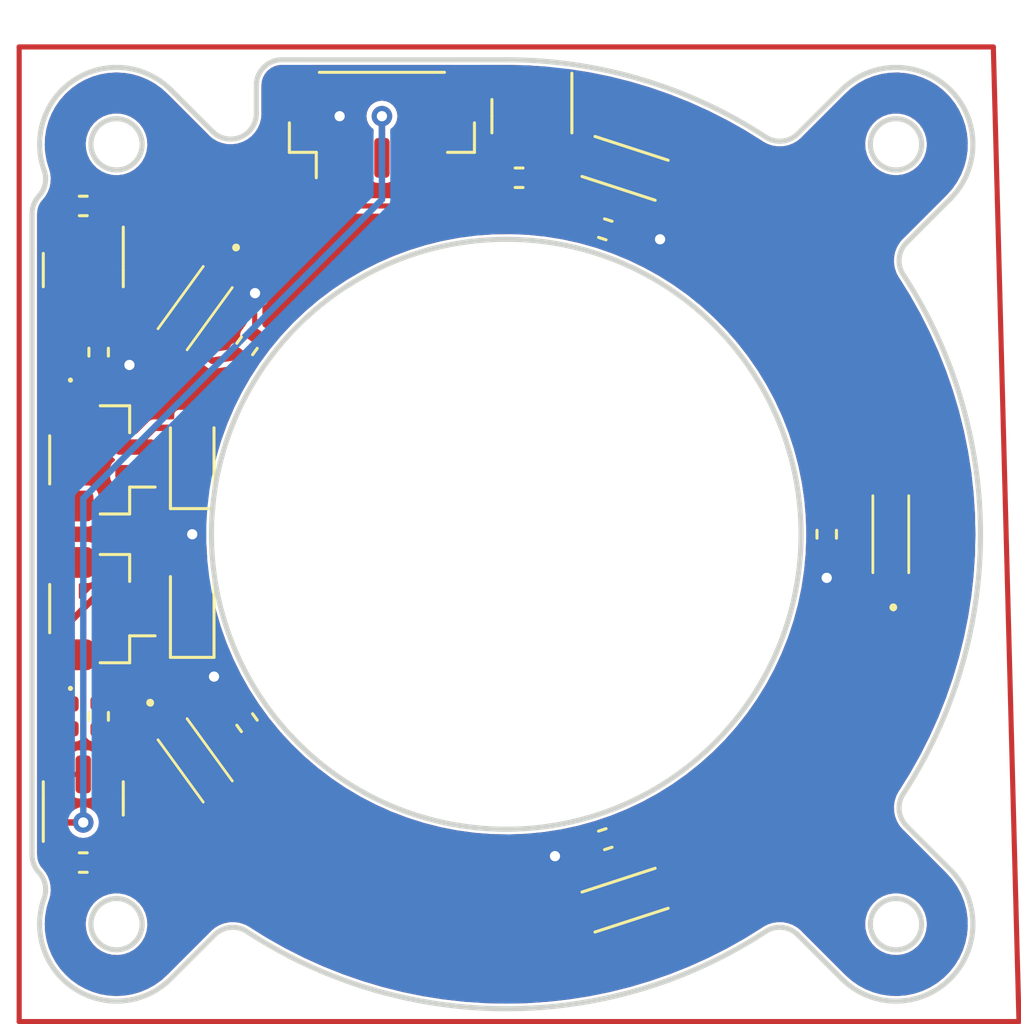
<source format=kicad_pcb>
(kicad_pcb (version 20211014) (generator pcbnew)
  (layers (0 "F.Cu" signal) (31 "B.Cu" signal) (34 "B.Paste" user) (35 "F.Paste" user) (36 "B.SilkS" user "B.Silkscreen") (37 "F.SilkS" user "F.Silkscreen") (38 "B.Mask" user) (39 "F.Mask" user) (44 "Edge.Cuts" user))
  (net 0 "")
  (net 1 "Net-(D1-Pad1)")
  (net 2 "Net-(D1-Pad2)")
  (net 3 "Net-(D2-Pad2)")
  (net 4 "+5V")
  (net 5 "Net-(D3-Pad2)")
  (net 6 "Net-(D4-Pad2)")
  (net 7 "Net-(D5-Pad2)")
  (net 8 "Net-(D6-Pad2)")
  (net 9 "Net-(D7-Pad2)")
  (net 10 "/PUMP2_ON")
  (net 11 "/PUMP1_ON")
  (net 12 "/LED_ON")
  (net 13 "GND")
  (net 14 "Net-(D8-Pad2)")
  (net 15 "Net-(D9-Pad2)")
  (footprint "Mouser Parts:158301250" (layer "F.Cu") (at 15 0 -90)
    (fp_text reference "D1" hide)
    (fp_text value "158301250 " hide)
    (fp_line (start 1.5 -0.7) (end 1.5 -0.7) (layer "F.SilkS") (width 0.1))
    (fp_line (start 1.5 0.7) (end 1.5 0.7) (layer "F.SilkS") (width 0.1))
    (fp_line (start -1.5 0.7) (end -1.5 0.7) (layer "F.SilkS") (width 0.1))
    (fp_line (start 2.8 -0.1) (end 2.8 -0.1) (layer "F.SilkS") (width 0.2))
    (fp_line (start -1.5 0.7) (end 1.5 0.7) (layer "F.SilkS") (width 0.1))
    (fp_line (start -1.5 -0.7) (end 1.5 -0.7) (layer "F.SilkS") (width 0.1))
    (fp_line (start 1.5 0.7) (end -1.5 0.7) (layer "F.SilkS") (width 0.1))
    (fp_line (start -1.5 -0.7) (end -1.5 -0.7) (layer "F.SilkS") (width 0.1))
    (fp_line (start 2.9 -0.1) (end 2.9 -0.1) (layer "F.SilkS") (width 0.2))
    (fp_line (start 2.8 -0.1) (end 2.8 -0.1) (layer "F.SilkS") (width 0.2))
    (fp_line (start 1.5 -0.7) (end -1.5 -0.7) (layer "F.SilkS") (width 0.1))
    (fp_arc (start 2.9 -0.1) (mid 2.85 -0.05) (end 2.8 -0.1) (layer "F.SilkS") (width 0.2))
    (fp_arc (start 2.9 -0.1) (mid 2.85 -0.05) (end 2.8 -0.1) (layer "F.SilkS") (width 0.2))
    (fp_arc (start 2.8 -0.1) (mid 2.85 -0.15) (end 2.9 -0.1) (layer "F.SilkS") (width 0.2))
    (pad "1" smd rect locked (at 0.88 0) (size 0.8 2) (layers "F.Cu" "F.Paste" "F.Mask") (net 1 "Net-(D1-Pad1)"))
    (pad "2" smd rect locked (at -1.27 0) (size 0.8 1.2) (layers "F.Cu" "F.Paste" "F.Mask") (net 2 "Net-(D1-Pad2)"))
  )
  (footprint "Mouser Parts:LTST-M140TBKT" (layer "F.Cu") (at 4.635255 14.265848 18)
    (fp_text reference "D6" hide)
    (fp_text value "LTST-M140TBKT")
    (fp_line (start -1.5 0.82) (end 1.5 0.82) (layer "F.SilkS") (width 0.12))
    (fp_line (start -1.5 -0.82) (end 1.5 -0.82) (layer "F.SilkS") (width 0.12))
    (pad "1" smd rect (at -1.175 0 18) (size 1.35 1.25) (layers "F.Cu" "F.Paste" "F.Mask") (net 1 "Net-(D1-Pad1)"))
    (pad "2" smd rect (at 1.175 0 18) (size 1.35 1.25) (layers "F.Cu" "F.Paste" "F.Mask") (net 8 "Net-(D6-Pad2)"))
  )
  (footprint "Mouser Parts:158301250" (layer "F.Cu") (at -12.135255 -8.816779 54)
    (fp_text reference "D4" hide)
    (fp_text value "158301250 " hide)
    (fp_line (start 1.5 -0.7) (end 1.5 -0.7) (layer "F.SilkS") (width 0.1))
    (fp_line (start 2.9 -0.1) (end 2.9 -0.1) (layer "F.SilkS") (width 0.2))
    (fp_line (start -1.5 -0.7) (end 1.5 -0.7) (layer "F.SilkS") (width 0.1))
    (fp_line (start 1.5 0.7) (end 1.5 0.7) (layer "F.SilkS") (width 0.1))
    (fp_line (start -1.5 0.7) (end 1.5 0.7) (layer "F.SilkS") (width 0.1))
    (fp_line (start 2.8 -0.1) (end 2.8 -0.1) (layer "F.SilkS") (width 0.2))
    (fp_line (start 1.5 0.7) (end -1.5 0.7) (layer "F.SilkS") (width 0.1))
    (fp_line (start 2.8 -0.1) (end 2.8 -0.1) (layer "F.SilkS") (width 0.2))
    (fp_line (start 1.5 -0.7) (end -1.5 -0.7) (layer "F.SilkS") (width 0.1))
    (fp_line (start -1.5 0.7) (end -1.5 0.7) (layer "F.SilkS") (width 0.1))
    (fp_line (start -1.5 -0.7) (end -1.5 -0.7) (layer "F.SilkS") (width 0.1))
    (fp_arc (start 2.9 -0.1) (mid 2.85 -0.05) (end 2.8 -0.1) (layer "F.SilkS") (width 0.2))
    (fp_arc (start 2.8 -0.1) (mid 2.85 -0.15) (end 2.9 -0.1) (layer "F.SilkS") (width 0.2))
    (fp_arc (start 2.9 -0.1) (mid 2.85 -0.05) (end 2.8 -0.1) (layer "F.SilkS") (width 0.2))
    (pad "1" smd rect locked (at 0.88 0 144) (size 0.8 2) (layers "F.Cu" "F.Paste" "F.Mask") (net 1 "Net-(D1-Pad1)"))
    (pad "2" smd rect locked (at -1.27 0 144) (size 0.8 1.2) (layers "F.Cu" "F.Paste" "F.Mask") (net 6 "Net-(D4-Pad2)"))
  )
  (footprint "Diode_SMD:D_SOD-323_HandSoldering" (layer "F.Cu") (at -12.25 2.9 90)
    (fp_text reference "D3" hide)
    (fp_text value "D_Small")
    (fp_line (start -1.9 -0.85) (end 1.25 -0.85) (layer "F.SilkS") (width 0.12))
    (fp_line (start -1.9 -0.85) (end -1.9 0.85) (layer "F.SilkS") (width 0.12))
    (fp_line (start -1.9 0.85) (end 1.25 0.85) (layer "F.SilkS") (width 0.12))
    (pad "1" smd rect (at -1.25 0 90) (size 1 1) (layers "F.Cu" "F.Paste" "F.Mask") (net 4 "+5V"))
    (pad "2" smd rect (at 1.25 0 90) (size 1 1) (layers "F.Cu" "F.Paste" "F.Mask") (net 5 "Net-(D3-Pad2)"))
  )
  (footprint "Connector_JST:JST_SH_BM02B-SRSS-TB_1x02-1MP_P1.00mm_Vertical" (layer "F.Cu") (at -15.800001 2.9 90)
    (fp_text reference "J2" hide)
    (fp_text value "Pump 1")
    (fp_line (start 2.11 -0.04) (end 2.11 1.11) (layer "F.SilkS") (width 0.12))
    (fp_line (start -2.11 -0.04) (end -2.11 1.11) (layer "F.SilkS") (width 0.12))
    (fp_line (start -0.94 -2.01) (end 0.94 -2.01) (layer "F.SilkS") (width 0.12))
    (fp_line (start 2.11 1.11) (end 1.06 1.11) (layer "F.SilkS") (width 0.12))
    (fp_line (start -2.11 1.11) (end -1.06 1.11) (layer "F.SilkS") (width 0.12))
    (fp_line (start -1.06 1.11) (end -1.06 2.1) (layer "F.SilkS") (width 0.12))
    (pad "1" smd roundrect (at -0.5 1.325 90) (size 0.6 1.55) (layers "F.Cu" "F.Paste" "F.Mask") (net 4 "+5V"))
    (pad "2" smd roundrect (at 0.5 1.325 90) (size 0.6 1.55) (layers "F.Cu" "F.Paste" "F.Mask") (net 5 "Net-(D3-Pad2)"))
    (pad "MP" smd roundrect (at 1.8 -1.2 90) (size 1.2 1.8) (layers "F.Cu" "F.Paste" "F.Mask") (roundrect_rratio 0.208333) (net 5 "Net-(D3-Pad2)"))
    (pad "MP" smd roundrect (at -1.8 -1.2 90) (size 1.2 1.8) (layers "F.Cu" "F.Paste" "F.Mask") (roundrect_rratio 0.208333) (net 5 "Net-(D3-Pad2)"))
  )
  (footprint "Package_TO_SOT_SMD:SOT-23" (layer "F.Cu") (at 1.000001 -16.3 -90)
    (fp_text reference "Q2" hide)
    (fp_text value "NX7002BKR")
    (fp_line (start 0 -1.56) (end 0.65 -1.56) (layer "F.SilkS") (width 0.12))
    (fp_line (start 0 -1.56) (end -1.675 -1.56) (layer "F.SilkS") (width 0.12))
    (fp_line (start 0 1.56) (end -0.65 1.56) (layer "F.SilkS") (width 0.12))
    (fp_line (start 0 1.56) (end 0.65 1.56) (layer "F.SilkS") (width 0.12))
    (pad "1" smd roundrect (at -0.9375 -0.95 270) (size 1.475 0.6) (layers "F.Cu" "F.Paste" "F.Mask") (net 12 "/LED_ON"))
    (pad "2" smd roundrect (at -0.9375 0.95 270) (size 1.475 0.6) (layers "F.Cu" "F.Paste" "F.Mask") (net 13 "GND"))
    (pad "3" smd roundrect (at 0.9375 0 270) (size 1.475 0.6) (layers "F.Cu" "F.Paste" "F.Mask") (net 1 "Net-(D1-Pad1)"))
  )
  (footprint "Mouser Parts:LTST-M140TBKT" (layer "F.Cu") (at 4.635255 -14.265848 162)
    (fp_text reference "D5" hide)
    (fp_text value "LTST-M140TBKT")
    (fp_line (start -1.5 0.82) (end 1.5 0.82) (layer "F.SilkS") (width 0.12))
    (fp_line (start -1.5 -0.82) (end 1.5 -0.82) (layer "F.SilkS") (width 0.12))
    (pad "1" smd rect (at -1.175 0 162) (size 1.35 1.25) (layers "F.Cu" "F.Paste" "F.Mask") (net 1 "Net-(D1-Pad1)"))
    (pad "2" smd rect (at 1.175 0 162) (size 1.35 1.25) (layers "F.Cu" "F.Paste" "F.Mask") (net 7 "Net-(D5-Pad2)"))
  )
  (footprint "Resistor_SMD:R_0402_1005Metric" (layer "F.Cu") (at 12.499999 -0.000001 90)
    (fp_text reference "R1" hide)
    (fp_text value "180")
    (fp_line (start -0.153641 -0.38) (end 0.153641 -0.38) (layer "F.SilkS") (width 0.12))
    (fp_line (start -0.153641 0.38) (end 0.153641 0.38) (layer "F.SilkS") (width 0.12))
    (pad "1" smd roundrect (at -0.51 0 90) (size 0.54 0.64) (layers "F.Cu" "F.Paste" "F.Mask") (net 4 "+5V"))
    (pad "2" smd roundrect (at 0.51 0 90) (size 0.54 0.64) (layers "F.Cu" "F.Paste" "F.Mask") (net 2 "Net-(D1-Pad2)"))
  )
  (footprint "LED_SMD:LED_0402_1005Metric" (layer "F.Cu") (at -17 -7.099999 90)
    (fp_text reference "D9" hide)
    (fp_text value "Debug")
    (fp_circle (center -1.09 0) (end -1.04 0) (layer "F.SilkS") (width 0.1) (fill none))
    (pad "1" smd roundrect (at -0.485 0 90) (size 0.59 0.64) (layers "F.Cu" "F.Paste" "F.Mask") (net 9 "Net-(D7-Pad2)"))
    (pad "2" smd roundrect (at 0.485 0 90) (size 0.59 0.64) (layers "F.Cu" "F.Paste" "F.Mask") (net 15 "Net-(D9-Pad2)"))
  )
  (footprint "Package_TO_SOT_SMD:SOT-23" (layer "F.Cu") (at -16.5 -10.300001 -90)
    (fp_text reference "Q3" hide)
    (fp_text value "NX7002BKR")
    (fp_line (start 0 -1.56) (end 0.65 -1.56) (layer "F.SilkS") (width 0.12))
    (fp_line (start 0 1.56) (end 0.65 1.56) (layer "F.SilkS") (width 0.12))
    (fp_line (start 0 1.56) (end -0.65 1.56) (layer "F.SilkS") (width 0.12))
    (fp_line (start 0 -1.56) (end -1.675 -1.56) (layer "F.SilkS") (width 0.12))
    (pad "1" smd roundrect (at -0.9375 -0.95 270) (size 1.475 0.6) (layers "F.Cu" "F.Paste" "F.Mask") (net 10 "/PUMP2_ON"))
    (pad "2" smd roundrect (at -0.9375 0.95 270) (size 1.475 0.6) (layers "F.Cu" "F.Paste" "F.Mask") (net 13 "GND"))
    (pad "3" smd roundrect (at 0.9375 0 270) (size 1.475 0.6) (layers "F.Cu" "F.Paste" "F.Mask") (net 9 "Net-(D7-Pad2)"))
  )
  (footprint "Resistor_SMD:R_0402_1005Metric" (layer "F.Cu") (at 0.5 -13.9)
    (fp_text reference "R6" hide)
    (fp_text value "10K")
    (fp_line (start -0.153641 -0.38) (end 0.153641 -0.38) (layer "F.SilkS") (width 0.12))
    (fp_line (start -0.153641 0.38) (end 0.153641 0.38) (layer "F.SilkS") (width 0.12))
    (pad "1" smd roundrect (at -0.51 0) (size 0.54 0.64) (layers "F.Cu" "F.Paste" "F.Mask") (net 12 "/LED_ON"))
    (pad "2" smd roundrect (at 0.51 0) (size 0.54 0.64) (layers "F.Cu" "F.Paste" "F.Mask") (net 13 "GND"))
  )
  (footprint "Diode_SMD:D_SOD-323_HandSoldering" (layer "F.Cu") (at -12.25 -2.9 90)
    (fp_text reference "D7" hide)
    (fp_text value "D_Small")
    (fp_line (start -1.9 -0.85) (end -1.9 0.85) (layer "F.SilkS") (width 0.12))
    (fp_line (start -1.9 -0.85) (end 1.25 -0.85) (layer "F.SilkS") (width 0.12))
    (fp_line (start -1.9 0.85) (end 1.25 0.85) (layer "F.SilkS") (width 0.12))
    (pad "1" smd rect (at -1.25 0 90) (size 1 1) (layers "F.Cu" "F.Paste" "F.Mask") (net 4 "+5V"))
    (pad "2" smd rect (at 1.25 0 90) (size 1 1) (layers "F.Cu" "F.Paste" "F.Mask") (net 9 "Net-(D7-Pad2)"))
  )
  (footprint "Resistor_SMD:R_0402_1005Metric" (layer "F.Cu") (at -16.5 12.8)
    (fp_text reference "R2" hide)
    (fp_text value "10K")
    (fp_line (start -0.153641 0.38) (end 0.153641 0.38) (layer "F.SilkS") (width 0.12))
    (fp_line (start -0.153641 -0.38) (end 0.153641 -0.38) (layer "F.SilkS") (width 0.12))
    (pad "1" smd roundrect (at -0.51 0) (size 0.54 0.64) (layers "F.Cu" "F.Paste" "F.Mask") (net 11 "/PUMP1_ON"))
    (pad "2" smd roundrect (at 0.51 0) (size 0.54 0.64) (layers "F.Cu" "F.Paste" "F.Mask") (net 13 "GND"))
  )
  (footprint "Resistor_SMD:R_0402_1005Metric" (layer "F.Cu") (at -15.9 7.1 -90)
    (fp_text reference "R9" hide)
    (fp_text value "2k")
    (fp_line (start -0.153641 0.38) (end 0.153641 0.38) (layer "F.SilkS") (width 0.12))
    (fp_line (start -0.153641 -0.38) (end 0.153641 -0.38) (layer "F.SilkS") (width 0.12))
    (pad "1" smd roundrect (at -0.51 0 270) (size 0.54 0.64) (layers "F.Cu" "F.Paste" "F.Mask") (net 4 "+5V"))
    (pad "2" smd roundrect (at 0.51 0 270) (size 0.54 0.64) (layers "F.Cu" "F.Paste" "F.Mask") (net 14 "Net-(D8-Pad2)"))
  )
  (footprint "Resistor_SMD:R_0402_1005Metric" (layer "F.Cu") (at 3.862711 11.888206 18)
    (fp_text reference "R8" hide)
    (fp_text value "240")
    (fp_line (start -0.153641 0.38) (end 0.153641 0.38) (layer "F.SilkS") (width 0.12))
    (fp_line (start -0.153641 -0.38) (end 0.153641 -0.38) (layer "F.SilkS") (width 0.12))
    (pad "1" smd roundrect (at -0.51 0 18) (size 0.54 0.64) (layers "F.Cu" "F.Paste" "F.Mask") (net 4 "+5V"))
    (pad "2" smd roundrect (at 0.51 0 18) (size 0.54 0.64) (layers "F.Cu" "F.Paste" "F.Mask") (net 8 "Net-(D6-Pad2)"))
  )
  (footprint "Connector_JST:JST_SH_BM05B-SRSS-TB_1x05-1MP_P1.00mm_Vertical" (layer "F.Cu") (at -4.850001 -16)
    (fp_text reference "J1" hide)
    (fp_text value "MicroLab")
    (fp_line (start -3.61 -0.04) (end -3.61 1.11) (layer "F.SilkS") (width 0.12))
    (fp_line (start 3.61 -0.04) (end 3.61 1.11) (layer "F.SilkS") (width 0.12))
    (fp_line (start 3.61 1.11) (end 2.56 1.11) (layer "F.SilkS") (width 0.12))
    (fp_line (start -3.61 1.11) (end -2.56 1.11) (layer "F.SilkS") (width 0.12))
    (fp_line (start -2.44 -2.01) (end 2.44 -2.01) (layer "F.SilkS") (width 0.12))
    (fp_line (start -2.56 1.11) (end -2.56 2.1) (layer "F.SilkS") (width 0.12))
    (pad "1" smd roundrect (at -2 1.325) (size 0.6 1.55) (layers "F.Cu" "F.Paste" "F.Mask") (net 4 "+5V"))
    (pad "2" smd roundrect (at -1 1.325) (size 0.6 1.55) (layers "F.Cu" "F.Paste" "F.Mask") (net 10 "/PUMP2_ON"))
    (pad "3" smd roundrect (at 0 1.325) (size 0.6 1.55) (layers "F.Cu" "F.Paste" "F.Mask") (net 11 "/PUMP1_ON"))
    (pad "4" smd roundrect (at 1 1.325) (size 0.6 1.55) (layers "F.Cu" "F.Paste" "F.Mask") (net 12 "/LED_ON"))
    (pad "5" smd roundrect (at 2 1.325) (size 0.6 1.55) (layers "F.Cu" "F.Paste" "F.Mask") (net 13 "GND"))
    (pad "MP" smd roundrect (at -3.3 -1.2) (size 1.2 1.8) (layers "F.Cu" "F.Paste" "F.Mask") (roundrect_rratio 0.208333) (net 13 "GND"))
    (pad "MP" smd roundrect (at 3.3 -1.2) (size 1.2 1.8) (layers "F.Cu" "F.Paste" "F.Mask") (roundrect_rratio 0.208333) (net 13 "GND"))
  )
  (footprint "Package_TO_SOT_SMD:SOT-23" (layer "F.Cu") (at -16.5 10.3 90)
    (fp_text reference "Q1" hide)
    (fp_text value "NX7002BKR")
    (fp_line (start 0 1.56) (end 0.65 1.56) (layer "F.SilkS") (width 0.12))
    (fp_line (start 0 -1.56) (end -1.675 -1.56) (layer "F.SilkS") (width 0.12))
    (fp_line (start 0 1.56) (end -0.65 1.56) (layer "F.SilkS") (width 0.12))
    (fp_line (start 0 -1.56) (end 0.65 -1.56) (layer "F.SilkS") (width 0.12))
    (pad "1" smd roundrect (at -0.9375 -0.95 90) (size 1.475 0.6) (layers "F.Cu" "F.Paste" "F.Mask") (net 11 "/PUMP1_ON"))
    (pad "2" smd roundrect (at -0.9375 0.95 90) (size 1.475 0.6) (layers "F.Cu" "F.Paste" "F.Mask") (net 13 "GND"))
    (pad "3" smd roundrect (at 0.9375 0 90) (size 1.475 0.6) (layers "F.Cu" "F.Paste" "F.Mask") (net 5 "Net-(D3-Pad2)"))
  )
  (footprint "Mouser Parts:158301250" (layer "F.Cu") (at -12.135255 8.816779 126)
    (fp_text reference "D2" hide)
    (fp_text value "158301250 " hide)
    (fp_line (start -1.5 0.7) (end -1.5 0.7) (layer "F.SilkS") (width 0.1))
    (fp_line (start 2.8 -0.1) (end 2.8 -0.1) (layer "F.SilkS") (width 0.2))
    (fp_line (start -1.5 -0.7) (end -1.5 -0.7) (layer "F.SilkS") (width 0.1))
    (fp_line (start 1.5 0.7) (end -1.5 0.7) (layer "F.SilkS") (width 0.1))
    (fp_line (start 2.9 -0.1) (end 2.9 -0.1) (layer "F.SilkS") (width 0.2))
    (fp_line (start -1.5 -0.7) (end 1.5 -0.7) (layer "F.SilkS") (width 0.1))
    (fp_line (start 1.5 0.7) (end 1.5 0.7) (layer "F.SilkS") (width 0.1))
    (fp_line (start 1.5 -0.7) (end -1.5 -0.7) (layer "F.SilkS") (width 0.1))
    (fp_line (start 1.5 -0.7) (end 1.5 -0.7) (layer "F.SilkS") (width 0.1))
    (fp_line (start -1.5 0.7) (end 1.5 0.7) (layer "F.SilkS") (width 0.1))
    (fp_line (start 2.8 -0.1) (end 2.8 -0.1) (layer "F.SilkS") (width 0.2))
    (fp_arc (start 2.9 -0.1) (mid 2.85 -0.05) (end 2.8 -0.1) (layer "F.SilkS") (width 0.2))
    (fp_arc (start 2.9 -0.1) (mid 2.85 -0.05) (end 2.8 -0.1) (layer "F.SilkS") (width 0.2))
    (fp_arc (start 2.8 -0.1) (mid 2.85 -0.15) (end 2.9 -0.1) (layer "F.SilkS") (width 0.2))
    (pad "1" smd rect locked (at 0.88 0 216) (size 0.8 2) (layers "F.Cu" "F.Paste" "F.Mask") (net 1 "Net-(D1-Pad1)"))
    (pad "2" smd rect locked (at -1.27 0 216) (size 0.8 1.2) (layers "F.Cu" "F.Paste" "F.Mask") (net 3 "Net-(D2-Pad2)"))
  )
  (footprint "Resistor_SMD:R_0402_1005Metric" (layer "F.Cu") (at -10.112712 7.347315 -54)
    (fp_text reference "R3" hide)
    (fp_text value "180")
    (fp_line (start -0.153641 0.38) (end 0.153641 0.38) (layer "F.SilkS") (width 0.12))
    (fp_line (start -0.153641 -0.38) (end 0.153641 -0.38) (layer "F.SilkS") (width 0.12))
    (pad "1" smd roundrect (at -0.51 0 306) (size 0.54 0.64) (layers "F.Cu" "F.Paste" "F.Mask") (net 4 "+5V"))
    (pad "2" smd roundrect (at 0.51 0 306) (size 0.54 0.64) (layers "F.Cu" "F.Paste" "F.Mask") (net 3 "Net-(D2-Pad2)"))
  )
  (footprint "Resistor_SMD:R_0402_1005Metric" (layer "F.Cu") (at -10.112712 -7.347315 -126)
    (fp_text reference "R4" hide)
    (fp_text value "180")
    (fp_line (start -0.153641 0.38) (end 0.153641 0.38) (layer "F.SilkS") (width 0.12))
    (fp_line (start -0.153641 -0.38) (end 0.153641 -0.38) (layer "F.SilkS") (width 0.12))
    (pad "1" smd roundrect (at -0.51 0 234) (size 0.54 0.64) (layers "F.Cu" "F.Paste" "F.Mask") (net 4 "+5V"))
    (pad "2" smd roundrect (at 0.51 0 234) (size 0.54 0.64) (layers "F.Cu" "F.Paste" "F.Mask") (net 6 "Net-(D4-Pad2)"))
  )
  (footprint "Connector_JST:JST_SH_BM02B-SRSS-TB_1x02-1MP_P1.00mm_Vertical" (layer "F.Cu") (at -15.799999 -2.899999 90)
    (fp_text reference "J3" hide)
    (fp_text value "Pump 2")
    (fp_line (start -1.06 1.11) (end -1.06 2.1) (layer "F.SilkS") (width 0.12))
    (fp_line (start 2.11 1.11) (end 1.06 1.11) (layer "F.SilkS") (width 0.12))
    (fp_line (start 2.11 -0.04) (end 2.11 1.11) (layer "F.SilkS") (width 0.12))
    (fp_line (start -0.94 -2.01) (end 0.94 -2.01) (layer "F.SilkS") (width 0.12))
    (fp_line (start -2.11 -0.04) (end -2.11 1.11) (layer "F.SilkS") (width 0.12))
    (fp_line (start -2.11 1.11) (end -1.06 1.11) (layer "F.SilkS") (width 0.12))
    (pad "1" smd roundrect (at -0.5 1.325 90) (size 0.6 1.55) (layers "F.Cu" "F.Paste" "F.Mask") (net 4 "+5V"))
    (pad "2" smd roundrect (at 0.5 1.325 90) (size 0.6 1.55) (layers "F.Cu" "F.Paste" "F.Mask") (net 9 "Net-(D7-Pad2)"))
    (pad "MP" smd roundrect (at 1.8 -1.2 90) (size 1.2 1.8) (layers "F.Cu" "F.Paste" "F.Mask") (roundrect_rratio 0.208333) (net 9 "Net-(D7-Pad2)"))
    (pad "MP" smd roundrect (at -1.8 -1.2 90) (size 1.2 1.8) (layers "F.Cu" "F.Paste" "F.Mask") (roundrect_rratio 0.208333) (net 9 "Net-(D7-Pad2)"))
  )
  (footprint "Resistor_SMD:R_0402_1005Metric" (layer "F.Cu") (at 3.862712 -11.888206 162)
    (fp_text reference "R5" hide)
    (fp_text value "240")
    (fp_line (start -0.153641 0.38) (end 0.153641 0.38) (layer "F.SilkS") (width 0.12))
    (fp_line (start -0.153641 -0.38) (end 0.153641 -0.38) (layer "F.SilkS") (width 0.12))
    (pad "1" smd roundrect (at -0.51 0 162) (size 0.54 0.64) (layers "F.Cu" "F.Paste" "F.Mask") (net 4 "+5V"))
    (pad "2" smd roundrect (at 0.51 0 162) (size 0.54 0.64) (layers "F.Cu" "F.Paste" "F.Mask") (net 7 "Net-(D5-Pad2)"))
  )
  (footprint "LED_SMD:LED_0402_1005Metric" (layer "F.Cu") (at -17 7.100001 -90)
    (fp_text reference "D8" hide)
    (fp_text value "Debug")
    (fp_circle (center -1.09 0) (end -1.04 0) (layer "F.SilkS") (width 0.1) (fill none))
    (pad "1" smd roundrect (at -0.485 0 270) (size 0.59 0.64) (layers "F.Cu" "F.Paste" "F.Mask") (net 5 "Net-(D3-Pad2)"))
    (pad "2" smd roundrect (at 0.485 0 270) (size 0.59 0.64) (layers "F.Cu" "F.Paste" "F.Mask") (net 14 "Net-(D8-Pad2)"))
  )
  (footprint "Resistor_SMD:R_0402_1005Metric" (layer "F.Cu") (at -15.9 -7.1 90)
    (fp_text reference "R10" hide)
    (fp_text value "2k")
    (fp_line (start -0.153641 -0.38) (end 0.153641 -0.38) (layer "F.SilkS") (width 0.12))
    (fp_line (start -0.153641 0.38) (end 0.153641 0.38) (layer "F.SilkS") (width 0.12))
    (pad "1" smd roundrect (at -0.51 0 90) (size 0.54 0.64) (layers "F.Cu" "F.Paste" "F.Mask") (net 4 "+5V"))
    (pad "2" smd roundrect (at 0.51 0 90) (size 0.54 0.64) (layers "F.Cu" "F.Paste" "F.Mask") (net 15 "Net-(D9-Pad2)"))
  )
  (footprint "Resistor_SMD:R_0402_1005Metric" (layer "F.Cu") (at -16.5 -12.8 180)
    (fp_text reference "R7" hide)
    (fp_text value "10K")
    (fp_line (start -0.153641 -0.38) (end 0.153641 -0.38) (layer "F.SilkS") (width 0.12))
    (fp_line (start -0.153641 0.38) (end 0.153641 0.38) (layer "F.SilkS") (width 0.12))
    (pad "1" smd roundrect (at -0.51 0 180) (size 0.54 0.64) (layers "F.Cu" "F.Paste" "F.Mask") (net 10 "/PUMP2_ON"))
    (pad "2" smd roundrect (at 0.51 0 180) (size 0.54 0.64) (layers "F.Cu" "F.Paste" "F.Mask") (net 13 "GND"))
  )
  (gr_line (start -9.75 -17.499999) (end -9.750001 -16.406855) (layer "Edge.Cuts") (width 0.2))
  (gr_line (start 11.374049 15.61669) (end 13.081475 17.324115) (layer "Edge.Cuts") (width 0.2))
  (gr_arc (start 11.374049 -15.61669) (mid 10.770054 -15.329117) (end 10.11992 -15.486678) (layer "Edge.Cuts") (width 0.2))
  (gr_line (start -11.457107 -15.699748) (end -13.081475 -17.324115) (layer "Edge.Cuts") (width 0.2))
  (gr_arc (start 10.11992 15.48668) (mid 10.770051 15.32914) (end 11.374049 15.61669) (layer "Edge.Cuts") (width 0.2))
  (gr_circle (center 0 0) (end 11.5 0.000001) (layer "Edge.Cuts") (width 0.2) (fill none))
  (gr_arc (start -18.234746 13.178343) (mid -17.989652 13.6569) (end -18.027817 14.193213) (layer "Edge.Cuts") (width 0.2))
  (gr_circle (center 15.202796 -15.202796) (end 16.202796 -15.202797) (layer "Edge.Cuts") (width 0.2) (fill none))
  (gr_arc (start 15.48668 -10.11992) (mid 18.5 0.000001) (end 15.486678 10.11992) (layer "Edge.Cuts") (width 0.2))
  (gr_arc (start -13.081475 17.324115) (mid -16.8073 17.737664) (end -18.027817 14.193213) (layer "Edge.Cuts") (width 0.2))
  (gr_arc (start -18.5 -12.499999) (mid -18.431329 -12.86418) (end -18.234745 -13.178342) (layer "Edge.Cuts") (width 0.2))
  (gr_circle (center 15.202796 15.202796) (end 16.202796 15.202797) (layer "Edge.Cuts") (width 0.2) (fill none))
  (gr_line (start -18.5 -12.499999) (end -18.500001 12.5) (layer "Edge.Cuts") (width 0.2))
  (gr_arc (start -18.234746 13.178343) (mid -18.431329 12.86418) (end -18.500001 12.5) (layer "Edge.Cuts") (width 0.2))
  (gr_arc (start 15.61669 11.374049) (mid 15.329124 10.770056) (end 15.486678 10.11992) (layer "Edge.Cuts") (width 0.2))
  (gr_arc (start -9.75 -17.499999) (mid -9.457107 -18.207107) (end -8.75 -18.500001) (layer "Edge.Cuts") (width 0.2))
  (gr_circle (center -15.202796 15.202796) (end -14.202796 15.202797) (layer "Edge.Cuts") (width 0.2) (fill none))
  (gr_arc (start -18.027816 -14.193214) (mid -16.807299 -17.737664) (end -13.081475 -17.324115) (layer "Edge.Cuts") (width 0.2))
  (gr_circle (center -15.202796 -15.202796) (end -14.202797 -15.202796) (layer "Edge.Cuts") (width 0.2) (fill none))
  (gr_arc (start 13.081475 -17.324115) (mid 17.324116 -17.324116) (end 17.324115 -13.081475) (layer "Edge.Cuts") (width 0.2))
  (gr_arc (start 15.48668 -10.11992) (mid 15.32913 -10.770055) (end 15.61669 -11.374049) (layer "Edge.Cuts") (width 0.2))
  (gr_arc (start -18.027816 -14.193214) (mid -17.989651 -13.6569) (end -18.234745 -13.178342) (layer "Edge.Cuts") (width 0.2))
  (gr_line (start 15.61669 -11.374049) (end 17.324115 -13.081475) (layer "Edge.Cuts") (width 0.2))
  (gr_line (start 0.000001 -18.5) (end -8.75 -18.500001) (layer "Edge.Cuts") (width 0.2))
  (gr_arc (start 17.324115 13.081475) (mid 17.324116 17.324116) (end 13.081475 17.324115) (layer "Edge.Cuts") (width 0.2))
  (gr_arc (start 0.000001 -18.5) (mid 5.27951 -17.730672) (end 10.11992 -15.486678) (layer "Edge.Cuts") (width 0.2))
  (gr_arc (start -9.750001 -16.406855) (mid -10.367317 -15.482975) (end -11.457107 -15.699748) (layer "Edge.Cuts") (width 0.2))
  (gr_line (start 17.324115 13.081475) (end 15.61669 11.374049) (layer "Edge.Cuts") (width 0.2))
  (gr_line (start -13.081475 17.324115) (end -11.374049 15.61669) (layer "Edge.Cuts") (width 0.2))
  (gr_line (start 13.081475 -17.324115) (end 11.374049 -15.61669) (layer "Edge.Cuts") (width 0.2))
  (gr_arc (start 10.11992 15.48668) (mid 0 18.5) (end -10.11992 15.486678) (layer "Edge.Cuts") (width 0.2))
  (gr_arc (start -11.374049 15.61669) (mid -10.770057 15.329128) (end -10.11992 15.486678) (layer "Edge.Cuts") (width 0.2))
  (segment (start -19 19) (end -19 -19) (width 0.2) (layer "F.Cu") (net 0))
  (segment (start 19.999999 18.999999) (end -19 19) (width 0.2) (layer "F.Cu") (net 0))
  (segment (start 19 -19) (end 19.999999 18.999999) (width 0.2) (layer "F.Cu") (net 0))
  (segment (start -19 -19) (end 19 -19) (width 0.2) (layer "F.Cu") (net 0))
  (segment (start 2.83194 -15.73194) (end 2.775 -15.675) (width 0.2) (layer "F.Cu") (net 1))
  (segment (start 1.2 -12.8) (end 1.975 -13.575) (width 0.2) (layer "F.Cu") (net 1))
  (segment (start 15 6.3) (end 15 0.88) (width 0.2) (layer "F.Cu") (net 1))
  (segment (start 4.013767 15.124946) (end 6.175054 15.124946) (width 0.2) (layer "F.Cu") (net 1))
  (segment (start -7.71978 14.628943) (end 3.517764 14.628943) (width 0.2) (layer "F.Cu") (net 1))
  (segment (start 5.752746 -14.559917) (end 5.752746 -13.902753) (width 0.2) (layer "F.Cu") (net 1))
  (segment (start 15.7 0.18) (end 15.7 -3.955499) (width 0.2) (layer "F.Cu") (net 1))
  (segment (start 15 0.88) (end 15.7 0.18) (width 0.2) (layer "F.Cu") (net 1))
  (segment (start 15.7 -3.955499) (end 5.752746 -13.902753) (width 0.2) (layer "F.Cu") (net 1))
  (segment (start 2.775 -15.675) (end 2.3 -15.2) (width 0.2) (layer "F.Cu") (net 1))
  (segment (start 1.975 -13.575) (end 1.975 -14.875) (width 0.2) (layer "F.Cu") (net 1))
  (segment (start 1.975 -14.875) (end 2.4625 -15.3625) (width 0.2) (layer "F.Cu") (net 1))
  (segment (start 2.4625 -15.3625) (end 2.775 -15.675) (width 0.2) (layer "F.Cu") (net 1))
  (segment (start 2.83194 -15.73194) (end 4.580723 -15.73194) (width 0.2) (layer "F.Cu") (net 1))
  (segment (start -12.652506 8.104844) (end -12.652506 9.696217) (width 0.2) (layer "F.Cu") (net 1))
  (segment (start -11.618004 -9.528714) (end -8.346718 -12.8) (width 0.2) (layer "F.Cu") (net 1))
  (segment (start 4.580723 -15.73194) (end 5.752746 -14.559917) (width 0.2) (layer "F.Cu") (net 1))
  (segment (start 3.517764 14.628943) (end 4.013767 15.124946) (width 0.2) (layer "F.Cu") (net 1))
  (segment (start -12.652506 9.696217) (end -7.71978 14.628943) (width 0.2) (layer "F.Cu") (net 1))
  (segment (start -8.346718 -12.8) (end 1.2 -12.8) (width 0.2) (layer "F.Cu") (net 1))
  (segment (start 1.000001 -15.3625) (end 2.4625 -15.3625) (width 0.2) (layer "F.Cu") (net 1))
  (segment (start 6.175054 15.124946) (end 15 6.3) (width 0.2) (layer "F.Cu") (net 1))
  (segment (start 15 -1.270001) (end 13.259999 -1.269999) (width 0.25) (layer "F.Cu") (net 2))
  (segment (start 13.259999 -1.269999) (end 12.5 -0.51) (width 0.25) (layer "F.Cu") (net 2))
  (segment (start -11.388767 9.844231) (end -9.981078 8.821484) (width 0.25) (layer "F.Cu") (net 3))
  (segment (start -9.981078 8.821484) (end -9.812942 7.759914) (width 0.25) (layer "F.Cu") (net 3))
  (segment (start -9.812942 -9.387058) (end -9.8 -9.4) (width 0.2) (layer "F.Cu") (net 4))
  (segment (start -14.475 3.4) (end -13.725 4.15) (width 0.25) (layer "F.Cu") (net 4))
  (segment (start -11.4 5.55) (end -11.4 6.4) (width 0.2) (layer "F.Cu") (net 4))
  (segment (start -15.800001 3.700001) (end -15.8 6.49) (width 0.2) (layer "F.Cu") (net 4))
  (segment (start 2.404195 12.045805) (end 1.9 12.55) (width 0.2) (layer "F.Cu") (net 4))
  (segment (start -15.5 3.4) (end -15.800001 3.700001) (width 0.2) (layer "F.Cu") (net 4))
  (segment (start -15.8 6.49) (end -15.9 6.59) (width 0.2) (layer "F.Cu") (net 4))
  (segment (start -11.4 6.4) (end -10.865284 6.934716) (width 0.2) (layer "F.Cu") (net 4))
  (segment (start -10.865284 6.934716) (end -10.412482 6.934716) (width 0.2) (layer "F.Cu") (net 4))
  (segment (start 4.347751 -11.730607) (end 5.769393 -11.730607) (width 0.2) (layer "F.Cu") (net 4))
  (segment (start -15.9 -6.59) (end -14.71 -6.59) (width 0.2) (layer "F.Cu") (net 4))
  (segment (start -12.25 -1.65) (end -13.725 -1.649999) (width 0.25) (layer "F.Cu") (net 4))
  (segment (start 3.377672 12.045805) (end 2.404195 12.045805) (width 0.2) (layer "F.Cu") (net 4))
  (segment (start -12.25 4.15) (end -12.25 4.7) (width 0.2) (layer "F.Cu") (net 4))
  (segment (start -9.812942 -7.759914) (end -9.812942 -9.387058) (width 0.2) (layer "F.Cu") (net 4))
  (segment (start 5.769393 -11.730607) (end 6 -11.5) (width 0.2) (layer "F.Cu") (net 4))
  (segment (start -13.725 -1.649999) (end -14.475 -2.4) (width 0.25) (layer "F.Cu") (net 4))
  (segment (start -6.850001 -15.949999) (end -6.5 -16.3) (width 0.2) (layer "F.Cu") (net 4))
  (segment (start -14.475001 3.4) (end -15.5 3.4) (width 0.2) (layer "F.Cu") (net 4))
  (segment (start -12.25 4.7) (end -11.4 5.55) (width 0.2) (layer "F.Cu") (net 4))
  (segment (start -13.725 4.15) (end -12.25 4.150001) (width 0.25) (layer "F.Cu") (net 4))
  (segment (start -6.850001 -14.675) (end -6.850001 -15.949999) (width 0.2) (layer "F.Cu") (net 4))
  (segment (start -12.25 -1.65) (end -12.25 0) (width 0.25) (layer "F.Cu") (net 4))
  (segment (start -14.71 -6.59) (end -14.7 -6.6) (width 0.2) (layer "F.Cu") (net 4))
  (segment (start 12.499999 0.509999) (end 12.5 1.7) (width 0.2) (layer "F.Cu") (net 4))
  (via (at 1.9 12.55) (size 0.8) (drill 0.4) (layers "F.Cu" "B.Cu") (net 4))
  (via (at -9.8 -9.4) (size 0.8) (drill 0.4) (layers "F.Cu" "B.Cu") (net 4))
  (via (at -11.4 5.55) (size 0.8) (drill 0.4) (layers "F.Cu" "B.Cu") (net 4))
  (via (at -12.25 0) (size 0.8) (drill 0.4) (layers "F.Cu" "B.Cu") (net 4))
  (via (at -6.5 -16.3) (size 0.8) (drill 0.4) (layers "F.Cu" "B.Cu") (net 4))
  (via (at -14.7 -6.6) (size 0.8) (drill 0.4) (layers "F.Cu" "B.Cu") (net 4))
  (via (at 12.5 1.7) (size 0.8) (drill 0.4) (layers "F.Cu" "B.Cu") (net 4))
  (via (at 6 -11.5) (size 0.8) (drill 0.4) (layers "F.Cu" "B.Cu") (net 4))
  (segment (start -14.475 2.4) (end -16 2.400001) (width 0.25) (layer "F.Cu") (net 5))
  (segment (start -17.8 7.415001) (end -17 6.615001) (width 0.2) (layer "F.Cu") (net 5))
  (segment (start -17 3.400001) (end -17 4.7) (width 0.25) (layer "F.Cu") (net 5))
  (segment (start -16 2.400001) (end -17 3.400001) (width 0.25) (layer "F.Cu") (net 5))
  (segment (start -17 1.100001) (end -17 3.400001) (width 0.25) (layer "F.Cu") (net 5))
  (segment (start -17.8 9) (end -17.8 7.415001) (width 0.2) (layer "F.Cu") (net 5))
  (segment (start -17.4375 9.3625) (end -17.8 9) (width 0.2) (layer "F.Cu") (net 5))
  (segment (start -17 6.615001) (end -17.000001 4.7) (width 0.2) (layer "F.Cu") (net 5))
  (segment (start -13.725 1.649999) (end -12.249999 1.65) (width 0.25) (layer "F.Cu") (net 5))
  (segment (start -14.475 2.4) (end -13.725 1.649999) (width 0.25) (layer "F.Cu") (net 5))
  (segment (start -16.5 9.3625) (end -17.4375 9.3625) (width 0.2) (layer "F.Cu") (net 5))
  (segment (start -11.474052 -6.766581) (end -10.412483 -6.934717) (width 0.25) (layer "F.Cu") (net 6))
  (segment (start -12.881744 -7.789326) (end -11.474052 -6.766581) (width 0.25) (layer "F.Cu") (net 6))
  (segment (start 2.950717 -12.883755) (end 3.377674 -12.045805) (width 0.25) (layer "F.Cu") (net 7))
  (segment (start 3.517764 -14.628943) (end 2.950717 -12.883755) (width 0.25) (layer "F.Cu") (net 7))
  (segment (start 5.752747 13.902754) (end 5.1857 12.157564) (width 0.25) (layer "F.Cu") (net 8))
  (segment (start 5.1857 12.157564) (end 4.34775 11.730607) (width 0.25) (layer "F.Cu") (net 8))
  (segment (start -13.725 -4.15) (end -12.249999 -4.150001) (width 0.25) (layer "F.Cu") (net 9))
  (segment (start -16 -3.4) (end -17 -2.400001) (width 0.25) (layer "F.Cu") (net 9))
  (segment (start -17 -4.7) (end -17 -2.400001) (width 0.25) (layer "F.Cu") (net 9))
  (segment (start -16.5 -9.362501) (end -17.337499 -9.362501) (width 0.2) (layer "F.Cu") (net 9))
  (segment (start -17 -2.400001) (end -17 -1.099999) (width 0.25) (layer "F.Cu") (net 9))
  (segment (start -17 -6.614999) (end -16.999999 -4.699999) (width 0.2) (layer "F.Cu") (net 9))
  (segment (start -17.8 -8.9) (end -17.8 -7.414999) (width 0.2) (layer "F.Cu") (net 9))
  (segment (start -17.337499 -9.362501) (end -17.8 -8.9) (width 0.2) (layer "F.Cu") (net 9))
  (segment (start -16 -3.4) (end -14.474999 -3.399999) (width 0.25) (layer "F.Cu") (net 9))
  (segment (start -17.8 -7.414999) (end -17 -6.614999) (width 0.2) (layer "F.Cu") (net 9))
  (segment (start -14.475 -3.4) (end -13.725 -4.15) (width 0.25) (layer "F.Cu") (net 9))
  (segment (start -5.850001 -13.549999) (end -6.2 -13.2) (width 0.2) (layer "F.Cu") (net 10))
  (segment (start -15.59 -13.2) (end -15.99 -12.8) (width 0.2) (layer "F.Cu") (net 10))
  (segment (start -6.2 -13.2) (end -15.59 -13.2) (width 0.2) (layer "F.Cu") (net 10))
  (segment (start -5.850001 -13.549999) (end -5.850001 -14.675) (width 0.2) (layer "F.Cu") (net 10))
  (segment (start -15.55 -12.36) (end -15.99 -12.800001) (width 0.25) (layer "F.Cu") (net 10))
  (segment (start -15.55 -11.237501) (end -15.55 -12.36) (width 0.25) (layer "F.Cu") (net 10))
  (segment (start -4.850001 -16.3) (end -4.85 -14.675) (width 0.25) (layer "F.Cu") (net 11))
  (segment (start -17.45 12.36) (end -17.010001 12.799999) (width 0.25) (layer "F.Cu") (net 11))
  (segment (start -17.45 11.2375) (end -16.5 11.2375) (width 0.25) (layer "F.Cu") (net 11))
  (segment (start -17.45 11.2375) (end -17.45 12.36) (width 0.25) (layer "F.Cu") (net 11))
  (via (at -16.5 11.2375) (size 0.8) (drill 0.4) (layers "F.Cu" "B.Cu") (net 11))
  (via (at -4.850001 -16.3) (size 0.8) (drill 0.4) (layers "F.Cu" "B.Cu") (net 11))
  (segment (start -16.5 11.2375) (end -16.5 -1.4) (width 0.25) (layer "B.Cu") (net 11))
  (segment (start -16.5 -1.4) (end -15.55 -2.35) (width 0.25) (layer "B.Cu") (net 11))
  (segment (start -15.55 -2.35) (end -4.850001 -13.049999) (width 0.25) (layer "B.Cu") (net 11))
  (segment (start -4.850001 -13.049999) (end -4.850001 -16.3) (width 0.25) (layer "B.Cu") (net 11))
  (segment (start -0.01 -13.69) (end -0.01 -13.9) (width 0.2) (layer "F.Cu") (net 12))
  (segment (start -0.01 -13.9) (end -0.01 -15.21) (width 0.2) (layer "F.Cu") (net 12))
  (segment (start -0.01 -15.21) (end -0.65 -15.85) (width 0.2) (layer "F.Cu") (net 12))
  (segment (start -3.850001 -15.649999) (end -3.65 -15.85) (width 0.2) (layer "F.Cu") (net 12))
  (segment (start -3.850001 -14.675) (end -3.850001 -15.649999) (width 0.2) (layer "F.Cu") (net 12))
  (segment (start -3.65 -15.85) (end -0.65 -15.85) (width 0.2) (layer "F.Cu") (net 12))
  (segment (start 1.501105 -17.2375) (end 1.950001 -17.2375) (width 0.2) (layer "F.Cu") (net 12))
  (segment (start 0.113604 -15.85) (end 1.501105 -17.2375) (width 0.2) (layer "F.Cu") (net 12))
  (segment (start -0.65 -15.85) (end 0.113604 -15.85) (width 0.2) (layer "F.Cu") (net 12))
  (segment (start 1.501104 -17.2375) (end 1.95 -17.237501) (width 0.2) (layer "F.Cu") (net 12))
  (segment (start -17 -7.584999) (end -15.925001 -7.584999) (width 0.2) (layer "F.Cu") (net 15))
  (segment (start -15.925001 -7.584999) (end -15.9 -7.61) (width 0.2) (layer "F.Cu") (net 15))
  (zone (net 13) (net_name "GND") (layer "F.Cu") (connect_pads (clearance 0.2)) (min_thickness 0.127) (fill yes (thermal_gap 0.13) (thermal_bridge_width 0.127))
    (polygon (pts (xy 19.999999 18.999999) (xy -19 19) (xy -19 -19) (xy 19 -19)))
  )
  (zone (net 4) (net_name "+5V") (layer "B.Cu") (connect_pads (clearance 0.2)) (min_thickness 0.127) (fill yes (thermal_gap 0.13) (thermal_bridge_width 0.127))
    (polygon (pts (xy 19.999999 18.999999) (xy -19 19) (xy -19 -19) (xy 19 -19)))
  )
)
</source>
